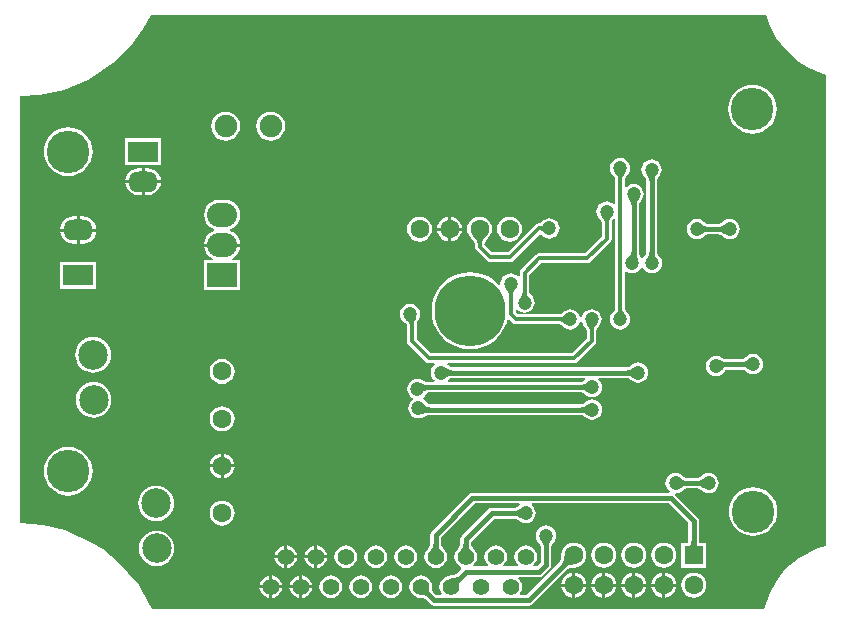
<source format=gbl>
G04*
G04 #@! TF.GenerationSoftware,Altium Limited,Altium Designer,18.1.6 (161)*
G04*
G04 Layer_Physical_Order=2*
G04 Layer_Color=16711680*
%FSTAX24Y24*%
%MOIN*%
G70*
G01*
G75*
%ADD65C,0.0150*%
%ADD66C,0.0120*%
%ADD67R,0.1000X0.0800*%
%ADD68O,0.1000X0.0800*%
%ADD69R,0.1000X0.0700*%
%ADD70O,0.1000X0.0700*%
%ADD71C,0.0984*%
%ADD72C,0.0551*%
%ADD73C,0.0750*%
%ADD74R,0.0630X0.0630*%
%ADD75C,0.0630*%
%ADD76C,0.0500*%
%ADD77C,0.0472*%
%ADD78C,0.1417*%
%ADD79C,0.2362*%
G36*
X05255Y0386D02*
X05265Y0383D01*
X05285Y0379D01*
X053Y0377D01*
X0532Y03745D01*
X0536Y0371D01*
X05395Y0369D01*
X0545Y03665D01*
Y020965D01*
X05425Y020876D01*
X0536Y02055D01*
X05315Y0202D01*
X05285Y01975D01*
X05265Y0194D01*
X05245Y01885D01*
X03205D01*
X0319Y0191D01*
X0316Y01965D01*
X03125Y02005D01*
X03095Y0204D01*
X0304Y02085D01*
X03005Y02105D01*
X02915Y0215D01*
X0284Y02165D01*
X02765Y021734D01*
Y03595D01*
X0283Y036D01*
X0291Y03615D01*
X0299Y0365D01*
X03075Y03705D01*
X0313Y0376D01*
X03175Y0382D01*
X032Y03865D01*
X0525D01*
X05255Y0386D01*
D02*
G37*
%LPC*%
G36*
X052059Y036328D02*
X051901Y036313D01*
X051749Y036266D01*
X051608Y036191D01*
X051485Y03609D01*
X051384Y035967D01*
X051309Y035827D01*
X051263Y035674D01*
X051247Y035516D01*
X051263Y035357D01*
X051309Y035205D01*
X051384Y035064D01*
X051485Y034941D01*
X051608Y03484D01*
X051749Y034765D01*
X051901Y034719D01*
X052059Y034703D01*
X052218Y034719D01*
X05237Y034765D01*
X052511Y03484D01*
X052634Y034941D01*
X052735Y035064D01*
X05281Y035205D01*
X052856Y035357D01*
X052872Y035516D01*
X052856Y035674D01*
X05281Y035827D01*
X052735Y035967D01*
X052634Y03609D01*
X052511Y036191D01*
X05237Y036266D01*
X052218Y036313D01*
X052059Y036328D01*
D02*
G37*
G36*
X036Y035429D02*
X035876Y035413D01*
X03576Y035365D01*
X035661Y035289D01*
X035585Y03519D01*
X035537Y035074D01*
X035521Y03495D01*
X035537Y034826D01*
X035585Y03471D01*
X035661Y034611D01*
X03576Y034535D01*
X035876Y034487D01*
X036Y034471D01*
X036124Y034487D01*
X03624Y034535D01*
X036339Y034611D01*
X036415Y03471D01*
X036463Y034826D01*
X036479Y03495D01*
X036463Y035074D01*
X036415Y03519D01*
X036339Y035289D01*
X03624Y035365D01*
X036124Y035413D01*
X036Y035429D01*
D02*
G37*
G36*
X0345D02*
X034376Y035413D01*
X03426Y035365D01*
X034161Y035289D01*
X034085Y03519D01*
X034037Y035074D01*
X034021Y03495D01*
X034037Y034826D01*
X034085Y03471D01*
X034161Y034611D01*
X03426Y034535D01*
X034376Y034487D01*
X0345Y034471D01*
X034624Y034487D01*
X03474Y034535D01*
X034839Y034611D01*
X034915Y03471D01*
X034963Y034826D01*
X034979Y03495D01*
X034963Y035074D01*
X034915Y03519D01*
X034839Y035289D01*
X03474Y035365D01*
X034624Y035413D01*
X0345Y035429D01*
D02*
G37*
G36*
X03235Y03455D02*
X03115D01*
Y03365D01*
X03235D01*
Y03455D01*
D02*
G37*
G36*
X02925Y034913D02*
X029091Y034897D01*
X028939Y034851D01*
X028799Y034776D01*
X028675Y034675D01*
X028574Y034551D01*
X028499Y034411D01*
X028453Y034259D01*
X028437Y0341D01*
X028453Y033941D01*
X028499Y033789D01*
X028574Y033649D01*
X028675Y033525D01*
X028799Y033424D01*
X028939Y033349D01*
X029091Y033303D01*
X02925Y033287D01*
X029409Y033303D01*
X029561Y033349D01*
X029701Y033424D01*
X029825Y033525D01*
X029926Y033649D01*
X030001Y033789D01*
X030047Y033941D01*
X030063Y0341D01*
X030047Y034259D01*
X030001Y034411D01*
X029926Y034551D01*
X029825Y034675D01*
X029701Y034776D01*
X029561Y034851D01*
X029409Y034897D01*
X02925Y034913D01*
D02*
G37*
G36*
X0319Y033554D02*
X0318D01*
Y03315D01*
X032347D01*
X032338Y033217D01*
X032293Y033327D01*
X032221Y033421D01*
X032127Y033493D01*
X032017Y033538D01*
X0319Y033554D01*
D02*
G37*
G36*
X0317D02*
X0316D01*
X031483Y033538D01*
X031373Y033493D01*
X031279Y033421D01*
X031207Y033327D01*
X031162Y033217D01*
X031153Y03315D01*
X0317D01*
Y033554D01*
D02*
G37*
G36*
X032347Y03305D02*
X0318D01*
Y032646D01*
X0319D01*
X032017Y032662D01*
X032127Y032707D01*
X032221Y032779D01*
X032293Y032873D01*
X032338Y032983D01*
X032347Y03305D01*
D02*
G37*
G36*
X0317D02*
X031153D01*
X031162Y032983D01*
X031207Y032873D01*
X031279Y032779D01*
X031373Y032707D01*
X031483Y032662D01*
X0316Y032646D01*
X0317D01*
Y03305D01*
D02*
G37*
G36*
X04765Y033889D02*
X047562Y033878D01*
X04748Y033844D01*
X04741Y03379D01*
X047356Y03372D01*
X047322Y033638D01*
X047311Y03355D01*
X047322Y033462D01*
X047356Y03338D01*
X04741Y03331D01*
X047416Y033306D01*
X04743Y033292D01*
X047444Y033275D01*
X047456Y03326D01*
X047465Y033246D01*
X047473Y033232D01*
X047479Y03322D01*
X047483Y033208D01*
X047486Y033198D01*
X047487Y033192D01*
Y032356D01*
X047456Y032345D01*
X047437Y032342D01*
X04737Y032394D01*
X047288Y032428D01*
X0472Y032439D01*
X047112Y032428D01*
X04703Y032394D01*
X04696Y03234D01*
X046906Y03227D01*
X046872Y032188D01*
X046861Y0321D01*
X046872Y032012D01*
X046906Y03193D01*
X04696Y03186D01*
X046966Y031856D01*
X04698Y031842D01*
X046994Y031825D01*
X047006Y03181D01*
X047015Y031796D01*
X047023Y031782D01*
X047029Y03177D01*
X047033Y031758D01*
X047036Y031748D01*
X047037Y031742D01*
Y031268D01*
X046482Y030713D01*
X04495D01*
X04495Y030713D01*
X044888Y030701D01*
X044835Y030665D01*
X044346Y030177D01*
X044311Y030124D01*
X044298Y030062D01*
Y029945D01*
X044248Y029928D01*
X04424Y02994D01*
X04417Y029994D01*
X044088Y030028D01*
X044Y030039D01*
X043912Y030028D01*
X04383Y029994D01*
X04376Y02994D01*
X043706Y02987D01*
X043672Y029788D01*
X043661Y0297D01*
X043666Y02966D01*
X043619Y029639D01*
X043559Y029709D01*
X043405Y02984D01*
X043233Y029945D01*
X043047Y030022D01*
X042851Y030069D01*
X04265Y030085D01*
X042449Y030069D01*
X042253Y030022D01*
X042067Y029945D01*
X041895Y02984D01*
X041741Y029709D01*
X04161Y029555D01*
X041505Y029383D01*
X041428Y029197D01*
X041381Y029001D01*
X041365Y0288D01*
X041381Y028599D01*
X041428Y028403D01*
X041505Y028217D01*
X04161Y028045D01*
X041741Y027891D01*
X041895Y02776D01*
X042067Y027655D01*
X042253Y027578D01*
X042449Y027531D01*
X04265Y027515D01*
X042851Y027531D01*
X043047Y027578D01*
X043233Y027655D01*
X043405Y02776D01*
X043559Y027891D01*
X04369Y028045D01*
X043795Y028217D01*
X043872Y028403D01*
X043895Y028497D01*
X043943Y028511D01*
X04406Y028393D01*
X044113Y028358D01*
X044176Y028345D01*
X044176Y028345D01*
X045629D01*
X045635Y028344D01*
X045645Y028342D01*
X045656Y028338D01*
X045669Y028332D01*
X045682Y028324D01*
X045697Y028314D01*
X045712Y028302D01*
X045728Y028288D01*
X045743Y028274D01*
X045747Y028269D01*
X045817Y028215D01*
X045899Y028181D01*
X045987Y028169D01*
X046074Y028181D01*
X046156Y028215D01*
X046226Y028269D01*
X04628Y028339D01*
X046314Y028421D01*
X046316Y028437D01*
X046367D01*
X046369Y028421D01*
X046403Y028339D01*
X046457Y028269D01*
X046462Y028265D01*
X046476Y02825D01*
X04649Y028234D01*
X046502Y028219D01*
X046512Y028204D01*
X04652Y028191D01*
X046525Y028178D01*
X04653Y028167D01*
X046532Y028157D01*
X046533Y028151D01*
Y027864D01*
X046046Y027377D01*
X041346D01*
X040863Y02786D01*
Y028348D01*
X040864Y028353D01*
X040867Y028366D01*
X040871Y02838D01*
X040877Y028396D01*
X040883Y028412D01*
X040919Y028478D01*
X040933Y028501D01*
X040934Y028504D01*
X040942Y028515D01*
X040976Y028597D01*
X040988Y028684D01*
X040976Y028772D01*
X040942Y028854D01*
X040888Y028924D01*
X040818Y028978D01*
X040736Y029012D01*
X040649Y029023D01*
X040561Y029012D01*
X040479Y028978D01*
X040409Y028924D01*
X040355Y028854D01*
X040321Y028772D01*
X04031Y028684D01*
X040321Y028597D01*
X040355Y028515D01*
X040409Y028445D01*
X040464Y028402D01*
X040467Y028399D01*
X040475Y028394D01*
X040479Y028391D01*
X040481Y02839D01*
X040486Y028386D01*
X0405Y028376D01*
X040511Y028366D01*
X040519Y028356D01*
X040526Y028347D01*
X04053Y028339D01*
X040534Y028332D01*
X040536Y028324D01*
X040537Y028319D01*
Y027792D01*
X040549Y02773D01*
X040585Y027677D01*
X041163Y027099D01*
X041216Y027063D01*
X041279Y027051D01*
X04146D01*
X041477Y027001D01*
X041446Y026977D01*
X041392Y026907D01*
X041358Y026825D01*
X041347Y026737D01*
X041358Y02665D01*
X041392Y026568D01*
X041446Y026498D01*
X041471Y026478D01*
X041454Y026428D01*
X041202D01*
X041198Y026429D01*
X041184Y026431D01*
X041169Y026434D01*
X041134Y026445D01*
X041119Y026451D01*
X04108Y026469D01*
X041068Y026475D01*
X041064Y026478D01*
X040982Y026512D01*
X040895Y026524D01*
X040807Y026512D01*
X040725Y026478D01*
X040655Y026424D01*
X040601Y026354D01*
X040567Y026272D01*
X040555Y026185D01*
X040567Y026097D01*
X040601Y026015D01*
X040655Y025945D01*
X040725Y025891D01*
X040737Y025886D01*
X040741Y02583D01*
X040688Y02579D01*
X040634Y02572D01*
X0406Y025638D01*
X040589Y02555D01*
X0406Y025462D01*
X040634Y02538D01*
X040688Y02531D01*
X040758Y025256D01*
X04084Y025222D01*
X040928Y025211D01*
X041016Y025222D01*
X041097Y025256D01*
X041109Y025265D01*
X041112Y025266D01*
X041131Y025278D01*
X041167Y025298D01*
X041183Y025304D01*
X041199Y02531D01*
X041214Y025315D01*
X041229Y025319D01*
X041243Y025321D01*
X041248Y025322D01*
X046364D01*
X046369Y025321D01*
X046381Y025318D01*
X046393Y025315D01*
X046405Y02531D01*
X046417Y025303D01*
X04643Y025296D01*
X046442Y025287D01*
X046455Y025276D01*
X046466Y025265D01*
X04647Y02526D01*
X04654Y025206D01*
X046622Y025172D01*
X04671Y025161D01*
X046798Y025172D01*
X04688Y025206D01*
X04695Y02526D01*
X047004Y02533D01*
X047038Y025412D01*
X047049Y0255D01*
X047038Y025588D01*
X047004Y02567D01*
X04695Y02574D01*
X04688Y025794D01*
X046798Y025828D01*
X04671Y025839D01*
X046622Y025828D01*
X04654Y025794D01*
X04647Y02574D01*
X046466Y025735D01*
X046455Y025724D01*
X046442Y025713D01*
X04643Y025704D01*
X046417Y025697D01*
X046405Y02569D01*
X046393Y025686D01*
X046381Y025682D01*
X046369Y025679D01*
X046364Y025678D01*
X041286D01*
X041281Y025679D01*
X041271Y025682D01*
X041262Y025685D01*
X041254Y025689D01*
X041246Y025694D01*
X041239Y0257D01*
X041231Y025708D01*
X041222Y025718D01*
X041222Y025719D01*
X041222Y02572D01*
X041221Y025721D01*
X041212Y025734D01*
X041208Y025738D01*
X041168Y02579D01*
X041097Y025844D01*
X041085Y025849D01*
X041082Y025904D01*
X041134Y025945D01*
X041188Y026015D01*
X041191Y026022D01*
X041199Y026035D01*
X041206Y026045D01*
X041213Y026052D01*
X041219Y026057D01*
X041225Y026062D01*
X041232Y026066D01*
X04124Y026068D01*
X041249Y026071D01*
X041254Y026072D01*
X046364D01*
X046369Y026071D01*
X046381Y026068D01*
X046393Y026065D01*
X046405Y02606D01*
X046417Y026053D01*
X04643Y026046D01*
X046442Y026037D01*
X046455Y026026D01*
X046466Y026015D01*
X04647Y02601D01*
X04654Y025956D01*
X046622Y025922D01*
X04671Y025911D01*
X046798Y025922D01*
X04688Y025956D01*
X04695Y02601D01*
X047004Y02608D01*
X047038Y026162D01*
X047049Y02625D01*
X047038Y026338D01*
X047004Y02642D01*
X04695Y02649D01*
X046926Y026508D01*
X046943Y026558D01*
X0479D01*
X047906Y026558D01*
X047918Y026555D01*
X04793Y026551D01*
X047941Y026546D01*
X047953Y02654D01*
X047966Y026533D01*
X047978Y026524D01*
X047991Y026513D01*
X048003Y026502D01*
X048007Y026496D01*
X048077Y026443D01*
X048159Y026409D01*
X048246Y026397D01*
X048334Y026409D01*
X048416Y026443D01*
X048486Y026496D01*
X04854Y026567D01*
X048574Y026648D01*
X048586Y026736D01*
X048574Y026824D01*
X04854Y026906D01*
X048486Y026976D01*
X048416Y02703D01*
X048334Y027064D01*
X048246Y027075D01*
X048159Y027064D01*
X048077Y02703D01*
X048007Y026976D01*
X048003Y026971D01*
X047992Y026961D01*
X047979Y02695D01*
X047967Y026941D01*
X047954Y026933D01*
X047942Y026927D01*
X04793Y026922D01*
X047918Y026919D01*
X047906Y026916D01*
X0479Y026915D01*
X042032D01*
X042026Y026916D01*
X042014Y026919D01*
X042003Y026922D01*
X041991Y026927D01*
X041979Y026933D01*
X041966Y026941D01*
X041954Y02695D01*
X041941Y026961D01*
X041929Y026972D01*
X041925Y026977D01*
X041895Y027001D01*
X041912Y027051D01*
X046114D01*
X046176Y027063D01*
X046229Y027099D01*
X046812Y027681D01*
X046847Y027734D01*
X046859Y027796D01*
Y028151D01*
X04686Y028157D01*
X046863Y028167D01*
X046867Y028178D01*
X046873Y028191D01*
X046881Y028204D01*
X046891Y028219D01*
X046903Y028234D01*
X046917Y02825D01*
X046931Y028265D01*
X046936Y028269D01*
X04699Y028339D01*
X047024Y028421D01*
X047035Y028509D01*
X047024Y028596D01*
X04699Y028678D01*
X046936Y028748D01*
X046866Y028802D01*
X046784Y028836D01*
X046696Y028848D01*
X046609Y028836D01*
X046527Y028802D01*
X046457Y028748D01*
X046403Y028678D01*
X046369Y028596D01*
X046367Y028581D01*
X046316D01*
X046314Y028596D01*
X04628Y028678D01*
X046226Y028748D01*
X046156Y028802D01*
X046074Y028836D01*
X045987Y028848D01*
X045899Y028836D01*
X045817Y028802D01*
X045747Y028748D01*
X045743Y028743D01*
X045728Y028729D01*
X045712Y028715D01*
X045697Y028703D01*
X045682Y028693D01*
X045669Y028685D01*
X045656Y02868D01*
X045645Y028675D01*
X045635Y028673D01*
X045629Y028672D01*
X044243D01*
X044163Y028752D01*
Y028825D01*
X044213Y028842D01*
X044222Y028831D01*
X044292Y028777D01*
X044374Y028743D01*
X044462Y028731D01*
X044549Y028743D01*
X044631Y028777D01*
X044701Y028831D01*
X044755Y028901D01*
X044789Y028983D01*
X044801Y029071D01*
X044789Y029158D01*
X044755Y02924D01*
X044701Y02931D01*
X044696Y029314D01*
X044682Y029329D01*
X044668Y029345D01*
X044656Y029361D01*
X044646Y029375D01*
X044638Y029388D01*
X044633Y029401D01*
X044628Y029412D01*
X044626Y029422D01*
X044625Y029428D01*
Y029994D01*
X045018Y030387D01*
X04655D01*
X046612Y030399D01*
X046665Y030435D01*
X047315Y031085D01*
X047351Y031138D01*
X047363Y0312D01*
Y031742D01*
X047364Y031748D01*
X047367Y031758D01*
X047371Y03177D01*
X047377Y031782D01*
X047385Y031796D01*
X047394Y03181D01*
X047406Y031825D01*
X04742Y031842D01*
X047434Y031856D01*
X047437Y031858D01*
X047456Y031855D01*
X047487Y031844D01*
Y028866D01*
X047486Y02886D01*
X047483Y02885D01*
X047479Y028839D01*
X047473Y028826D01*
X047465Y028813D01*
X047456Y028799D01*
X047444Y028783D01*
X04743Y028767D01*
X047416Y028752D01*
X04741Y028748D01*
X047356Y028678D01*
X047322Y028596D01*
X047311Y028509D01*
X047322Y028421D01*
X047356Y028339D01*
X04741Y028269D01*
X04748Y028215D01*
X047562Y028181D01*
X04765Y028169D01*
X047738Y028181D01*
X04782Y028215D01*
X04789Y028269D01*
X047944Y028339D01*
X047978Y028421D01*
X047989Y028509D01*
X047978Y028596D01*
X047944Y028678D01*
X04789Y028748D01*
X047884Y028752D01*
X04787Y028767D01*
X047856Y028783D01*
X047844Y028799D01*
X047835Y028813D01*
X047827Y028826D01*
X047821Y028839D01*
X047817Y02885D01*
X047814Y02886D01*
X047813Y028866D01*
Y030095D01*
X047858Y030117D01*
X04788Y0301D01*
X047962Y030066D01*
X04805Y030055D01*
X048138Y030066D01*
X04822Y0301D01*
X04829Y030154D01*
X048344Y030224D01*
X04835Y030238D01*
X048404D01*
X048412Y030218D01*
X048466Y030148D01*
X048536Y030094D01*
X048618Y03006D01*
X048706Y030048D01*
X048794Y03006D01*
X048876Y030094D01*
X048946Y030148D01*
X049Y030218D01*
X049034Y0303D01*
X049045Y030387D01*
X049034Y030475D01*
X049Y030557D01*
X048946Y030627D01*
X048939Y030632D01*
X048939Y030633D01*
X048924Y030647D01*
X048913Y03066D01*
X048904Y030672D01*
X048896Y030684D01*
X04889Y030695D01*
X048885Y030707D01*
X048882Y030718D01*
X048879Y03073D01*
X048878Y030736D01*
Y033154D01*
X048879Y033159D01*
X048882Y033171D01*
X048885Y033183D01*
X04889Y033195D01*
X048897Y033207D01*
X048904Y03322D01*
X048913Y033232D01*
X048924Y033245D01*
X048935Y033256D01*
X04894Y03326D01*
X048994Y03333D01*
X049028Y033412D01*
X049039Y0335D01*
X049028Y033588D01*
X048994Y03367D01*
X04894Y03374D01*
X04887Y033794D01*
X048788Y033828D01*
X0487Y033839D01*
X048612Y033828D01*
X04853Y033794D01*
X04846Y03374D01*
X048406Y03367D01*
X048372Y033588D01*
X048361Y0335D01*
X048372Y033412D01*
X048406Y03333D01*
X04846Y03326D01*
X048465Y033256D01*
X048476Y033245D01*
X048487Y033232D01*
X048496Y03322D01*
X048503Y033207D01*
X04851Y033195D01*
X048514Y033183D01*
X048518Y033171D01*
X048521Y033159D01*
X048522Y033154D01*
Y030731D01*
X048521Y030726D01*
X048518Y030713D01*
X048514Y030701D01*
X04851Y030689D01*
X048503Y030676D01*
X048496Y030663D01*
X048487Y03065D01*
X048476Y030637D01*
X048469Y03063D01*
X048466Y030627D01*
X048461Y030621D01*
X048461Y030621D01*
X048461Y030621D01*
X048412Y030557D01*
X048406Y030543D01*
X048352D01*
X048344Y030563D01*
X048335Y030575D01*
X048334Y030578D01*
X048322Y030597D01*
X048302Y030633D01*
X048296Y030649D01*
X04829Y030664D01*
X048285Y03068D01*
X048281Y030694D01*
X048279Y030709D01*
X048278Y030714D01*
Y032333D01*
X048279Y032339D01*
X048282Y032351D01*
X048285Y032363D01*
X04829Y032375D01*
X048297Y032387D01*
X048304Y032399D01*
X048313Y032412D01*
X048324Y032425D01*
X048335Y032436D01*
X04834Y03244D01*
X048394Y03251D01*
X048428Y032592D01*
X048439Y032679D01*
X048428Y032767D01*
X048394Y032849D01*
X04834Y032919D01*
X04827Y032973D01*
X048188Y033007D01*
X0481Y033019D01*
X048012Y033007D01*
X04793Y032973D01*
X047863Y032921D01*
X047844Y032925D01*
X047813Y032935D01*
Y033192D01*
X047814Y033198D01*
X047817Y033208D01*
X047821Y03322D01*
X047827Y033232D01*
X047835Y033246D01*
X047844Y03326D01*
X047856Y033275D01*
X04787Y033292D01*
X047884Y033306D01*
X04789Y03331D01*
X047944Y03338D01*
X047978Y033462D01*
X047989Y03355D01*
X047978Y033638D01*
X047944Y03372D01*
X04789Y03379D01*
X04782Y033844D01*
X047738Y033878D01*
X04765Y033889D01*
D02*
G37*
G36*
X0513Y031858D02*
X051212Y031846D01*
X05113Y031813D01*
X05106Y031759D01*
X051056Y031753D01*
X051045Y031743D01*
X051032Y031732D01*
X05102Y031723D01*
X051007Y031715D01*
X050995Y031709D01*
X050983Y031704D01*
X050971Y031701D01*
X050959Y031698D01*
X050954Y031697D01*
X050562D01*
X050556Y031698D01*
X050544Y031701D01*
X050532Y031704D01*
X05052Y031709D01*
X050508Y031715D01*
X050496Y031723D01*
X050483Y031732D01*
X05047Y031743D01*
X050459Y031753D01*
X050456Y031759D01*
X050385Y031813D01*
X050304Y031846D01*
X050216Y031858D01*
X050128Y031846D01*
X050046Y031813D01*
X049976Y031759D01*
X049922Y031688D01*
X049888Y031607D01*
X049877Y031519D01*
X049888Y031431D01*
X049922Y031349D01*
X049976Y031279D01*
X050046Y031225D01*
X050128Y031191D01*
X050216Y03118D01*
X050304Y031191D01*
X050385Y031225D01*
X050456Y031279D01*
X050459Y031284D01*
X05047Y031295D01*
X050483Y031306D01*
X050496Y031315D01*
X050508Y031322D01*
X05052Y031328D01*
X050532Y031333D01*
X050544Y031337D01*
X050556Y03134D01*
X050562Y03134D01*
X050954D01*
X050959Y03134D01*
X050971Y031337D01*
X050983Y031333D01*
X050995Y031328D01*
X051007Y031322D01*
X05102Y031315D01*
X051032Y031306D01*
X051045Y031295D01*
X051056Y031284D01*
X05106Y031279D01*
X05113Y031225D01*
X051212Y031191D01*
X0513Y03118D01*
X051388Y031191D01*
X05147Y031225D01*
X05154Y031279D01*
X051594Y031349D01*
X051628Y031431D01*
X051639Y031519D01*
X051628Y031607D01*
X051594Y031688D01*
X05154Y031759D01*
X05147Y031813D01*
X051388Y031846D01*
X0513Y031858D01*
D02*
G37*
G36*
X042014Y031931D02*
Y031569D01*
X042376D01*
X042368Y031627D01*
X042326Y031728D01*
X04226Y031815D01*
X042173Y031881D01*
X042072Y031923D01*
X042014Y031931D01*
D02*
G37*
G36*
X041914D02*
X041855Y031923D01*
X041754Y031881D01*
X041668Y031815D01*
X041601Y031728D01*
X041559Y031627D01*
X041552Y031569D01*
X041914D01*
Y031931D01*
D02*
G37*
G36*
X029738Y031942D02*
X029638D01*
Y031538D01*
X030185D01*
X030176Y031605D01*
X030131Y031715D01*
X030059Y031809D01*
X029965Y031881D01*
X029855Y031926D01*
X029738Y031942D01*
D02*
G37*
G36*
X029538D02*
X029438D01*
X02932Y031926D01*
X029211Y031881D01*
X029117Y031809D01*
X029045Y031715D01*
X028999Y031605D01*
X028991Y031538D01*
X029538D01*
Y031942D01*
D02*
G37*
G36*
X042964Y031937D02*
X042855Y031923D01*
X042754Y031881D01*
X042668Y031815D01*
X042601Y031728D01*
X042559Y031627D01*
X042545Y031519D01*
X042559Y03141D01*
X042601Y03131D01*
X042668Y031223D01*
X042676Y031216D01*
X042724Y031165D01*
X042744Y031141D01*
X042762Y031117D01*
X042775Y031095D01*
X042786Y031076D01*
X042793Y031058D01*
X042798Y031043D01*
X0428Y031032D01*
Y030936D01*
X042813Y030874D01*
X042848Y030821D01*
X043197Y030472D01*
X04325Y030437D01*
X043312Y030425D01*
X043988D01*
X04405Y030437D01*
X044103Y030472D01*
X044964Y031333D01*
X04498Y031341D01*
X045031Y031329D01*
X04505Y031304D01*
X045121Y03125D01*
X045202Y031216D01*
X04529Y031204D01*
X045378Y031216D01*
X04546Y03125D01*
X04553Y031304D01*
X045584Y031374D01*
X045618Y031456D01*
X045629Y031543D01*
X045618Y031631D01*
X045584Y031713D01*
X04553Y031783D01*
X04546Y031837D01*
X045378Y031871D01*
X04529Y031882D01*
X045202Y031871D01*
X045121Y031837D01*
X04505Y031783D01*
X045021Y031745D01*
X04502Y031744D01*
X045017Y031739D01*
X045015Y031737D01*
X04501Y031732D01*
X045004Y031724D01*
X045001Y031721D01*
X044998Y031718D01*
X044994Y031716D01*
X044989Y031713D01*
X044984Y031711D01*
X044976Y031709D01*
X044967Y031707D01*
X044962Y031706D01*
X044943D01*
X044881Y031694D01*
X044828Y031659D01*
X04392Y030751D01*
X04338D01*
X043127Y031004D01*
Y031032D01*
X043129Y031043D01*
X043134Y031058D01*
X043141Y031076D01*
X043152Y031095D01*
X043166Y031117D01*
X043182Y03114D01*
X043229Y031194D01*
X04325Y031216D01*
X04326Y031223D01*
X043326Y03131D01*
X043368Y03141D01*
X043382Y031519D01*
X043368Y031627D01*
X043326Y031728D01*
X04326Y031815D01*
X043173Y031881D01*
X043072Y031923D01*
X042964Y031937D01*
D02*
G37*
G36*
X042376Y031469D02*
X042014D01*
Y031107D01*
X042072Y031115D01*
X042173Y031156D01*
X04226Y031223D01*
X042326Y03131D01*
X042368Y03141D01*
X042376Y031469D01*
D02*
G37*
G36*
X041914D02*
X041552D01*
X041559Y03141D01*
X041601Y03131D01*
X041668Y031223D01*
X041754Y031156D01*
X041855Y031115D01*
X041914Y031107D01*
Y031469D01*
D02*
G37*
G36*
X043964Y031937D02*
X043855Y031923D01*
X043754Y031881D01*
X043668Y031815D01*
X043601Y031728D01*
X043559Y031627D01*
X043545Y031519D01*
X043559Y03141D01*
X043601Y03131D01*
X043668Y031223D01*
X043754Y031156D01*
X043855Y031115D01*
X043964Y0311D01*
X044072Y031115D01*
X044173Y031156D01*
X04426Y031223D01*
X044326Y03131D01*
X044368Y03141D01*
X044382Y031519D01*
X044368Y031627D01*
X044326Y031728D01*
X04426Y031815D01*
X044173Y031881D01*
X044072Y031923D01*
X043964Y031937D01*
D02*
G37*
G36*
X040964D02*
X040855Y031923D01*
X040754Y031881D01*
X040668Y031815D01*
X040601Y031728D01*
X040559Y031627D01*
X040545Y031519D01*
X040559Y03141D01*
X040601Y03131D01*
X040668Y031223D01*
X040754Y031156D01*
X040855Y031115D01*
X040964Y0311D01*
X041072Y031115D01*
X041173Y031156D01*
X04126Y031223D01*
X041326Y03131D01*
X041368Y03141D01*
X041382Y031519D01*
X041368Y031627D01*
X041326Y031728D01*
X04126Y031815D01*
X041173Y031881D01*
X041072Y031923D01*
X040964Y031937D01*
D02*
G37*
G36*
X034485Y032492D02*
X034285D01*
X034155Y032475D01*
X034033Y032425D01*
X033928Y032344D01*
X033848Y03224D01*
X033798Y032118D01*
X033781Y031988D01*
X033798Y031857D01*
X033848Y031736D01*
X033928Y031631D01*
X034033Y031551D01*
X03412Y031515D01*
Y031461D01*
X034033Y031425D01*
X033928Y031344D01*
X033848Y03124D01*
X033798Y031118D01*
X033787Y031038D01*
X034385D01*
X034983D01*
X034972Y031118D01*
X034922Y03124D01*
X034842Y031344D01*
X034737Y031425D01*
X03465Y031461D01*
Y031515D01*
X034737Y031551D01*
X034842Y031631D01*
X034922Y031736D01*
X034972Y031857D01*
X034989Y031988D01*
X034972Y032118D01*
X034922Y03224D01*
X034842Y032344D01*
X034737Y032425D01*
X034616Y032475D01*
X034485Y032492D01*
D02*
G37*
G36*
X030185Y031438D02*
X029638D01*
Y031034D01*
X029738D01*
X029855Y031049D01*
X029965Y031095D01*
X030059Y031167D01*
X030131Y031261D01*
X030176Y03137D01*
X030185Y031438D01*
D02*
G37*
G36*
X029538D02*
X028991D01*
X028999Y03137D01*
X029045Y031261D01*
X029117Y031167D01*
X029211Y031095D01*
X02932Y031049D01*
X029438Y031034D01*
X029538D01*
Y031438D01*
D02*
G37*
G36*
X030188Y030438D02*
X028988D01*
Y029538D01*
X030188D01*
Y030438D01*
D02*
G37*
G36*
X034983Y030938D02*
X034385D01*
X033787D01*
X033798Y030857D01*
X033848Y030736D01*
X033928Y030631D01*
X034033Y030551D01*
X034065Y030538D01*
X034055Y030488D01*
X033785D01*
Y029488D01*
X034985D01*
Y030488D01*
X034715D01*
X034705Y030538D01*
X034737Y030551D01*
X034842Y030631D01*
X034922Y030736D01*
X034972Y030857D01*
X034983Y030938D01*
D02*
G37*
G36*
X05208Y027355D02*
X051992Y027343D01*
X051911Y027309D01*
X05184Y027255D01*
X051836Y02725D01*
X051825Y02724D01*
X051812Y027229D01*
X0518Y027219D01*
X051787Y027212D01*
X051775Y027206D01*
X051763Y027201D01*
X051752Y027197D01*
X05174Y027195D01*
X051734Y027194D01*
X051158D01*
X051154Y027194D01*
X051139Y027197D01*
X051125Y0272D01*
X05109Y02721D01*
X051075Y027216D01*
X051036Y027234D01*
X051024Y027241D01*
X05102Y027244D01*
X050938Y027278D01*
X05085Y02729D01*
X050762Y027278D01*
X05068Y027244D01*
X05061Y02719D01*
X050556Y02712D01*
X050522Y027038D01*
X050511Y026951D01*
X050522Y026863D01*
X050556Y026781D01*
X05061Y026711D01*
X05068Y026657D01*
X050762Y026623D01*
X05085Y026612D01*
X050938Y026623D01*
X05102Y026657D01*
X05109Y026711D01*
X051144Y026781D01*
X051147Y026788D01*
X051154Y026801D01*
X051161Y02681D01*
X051168Y026817D01*
X051174Y026823D01*
X051181Y026827D01*
X051188Y026831D01*
X051195Y026834D01*
X051204Y026836D01*
X05121Y026837D01*
X051734D01*
X05174Y026836D01*
X051752Y026834D01*
X051763Y02683D01*
X051775Y026825D01*
X051787Y026819D01*
X0518Y026811D01*
X051812Y026802D01*
X051825Y026791D01*
X051836Y026781D01*
X05184Y026776D01*
X051911Y026722D01*
X051992Y026688D01*
X05208Y026676D01*
X052168Y026688D01*
X05225Y026722D01*
X05232Y026776D01*
X052374Y026846D01*
X052408Y026928D01*
X052419Y027015D01*
X052408Y027103D01*
X052374Y027185D01*
X05232Y027255D01*
X05225Y027309D01*
X052168Y027343D01*
X05208Y027355D01*
D02*
G37*
G36*
X03008Y027926D02*
X029964Y027915D01*
X029852Y027881D01*
X029749Y027826D01*
X029659Y027752D01*
X029585Y027662D01*
X02953Y027559D01*
X029496Y027447D01*
X029485Y027331D01*
X029496Y027215D01*
X02953Y027103D01*
X029585Y027001D01*
X029659Y02691D01*
X029749Y026836D01*
X029852Y026781D01*
X029964Y026748D01*
X03008Y026736D01*
X030196Y026748D01*
X030308Y026781D01*
X030411Y026836D01*
X030501Y02691D01*
X030575Y027001D01*
X03063Y027103D01*
X030664Y027215D01*
X030675Y027331D01*
X030664Y027447D01*
X03063Y027559D01*
X030575Y027662D01*
X030501Y027752D01*
X030411Y027826D01*
X030308Y027881D01*
X030196Y027915D01*
X03008Y027926D01*
D02*
G37*
G36*
X034385Y027192D02*
X034277Y027178D01*
X034176Y027136D01*
X034089Y02707D01*
X034023Y026983D01*
X033981Y026882D01*
X033967Y026774D01*
X033981Y026665D01*
X034023Y026564D01*
X034089Y026478D01*
X034176Y026411D01*
X034277Y026369D01*
X034385Y026355D01*
X034493Y026369D01*
X034594Y026411D01*
X034681Y026478D01*
X034748Y026564D01*
X034789Y026665D01*
X034804Y026774D01*
X034789Y026882D01*
X034748Y026983D01*
X034681Y02707D01*
X034594Y027136D01*
X034493Y027178D01*
X034385Y027192D01*
D02*
G37*
G36*
X0301Y026426D02*
X029984Y026415D01*
X029872Y026381D01*
X029769Y026326D01*
X029679Y026252D01*
X029605Y026162D01*
X02955Y026059D01*
X029516Y025947D01*
X029505Y025831D01*
X029516Y025715D01*
X02955Y025603D01*
X029605Y025501D01*
X029679Y02541D01*
X029769Y025336D01*
X029872Y025281D01*
X029984Y025248D01*
X0301Y025236D01*
X030216Y025248D01*
X030328Y025281D01*
X030431Y025336D01*
X030521Y02541D01*
X030595Y025501D01*
X03065Y025603D01*
X030684Y025715D01*
X030695Y025831D01*
X030684Y025947D01*
X03065Y026059D01*
X030595Y026162D01*
X030521Y026252D01*
X030431Y026326D01*
X030328Y026381D01*
X030216Y026415D01*
X0301Y026426D01*
D02*
G37*
G36*
X034385Y025617D02*
X034277Y025603D01*
X034176Y025561D01*
X034089Y025495D01*
X034023Y025408D01*
X033981Y025307D01*
X033967Y025199D01*
X033981Y02509D01*
X034023Y02499D01*
X034089Y024903D01*
X034176Y024836D01*
X034277Y024795D01*
X034385Y02478D01*
X034493Y024795D01*
X034594Y024836D01*
X034681Y024903D01*
X034748Y02499D01*
X034789Y02509D01*
X034804Y025199D01*
X034789Y025307D01*
X034748Y025408D01*
X034681Y025495D01*
X034594Y025561D01*
X034493Y025603D01*
X034385Y025617D01*
D02*
G37*
G36*
X034435Y024036D02*
Y023674D01*
X034797D01*
X034789Y023732D01*
X034748Y023833D01*
X034681Y02392D01*
X034594Y023986D01*
X034493Y024028D01*
X034435Y024036D01*
D02*
G37*
G36*
X034335Y024036D02*
X034277Y024028D01*
X034176Y023986D01*
X034089Y02392D01*
X034023Y023833D01*
X033981Y023732D01*
X033973Y023674D01*
X034335D01*
Y024036D01*
D02*
G37*
G36*
X0506Y023389D02*
X050512Y023378D01*
X05043Y023344D01*
X05036Y02329D01*
X050356Y023285D01*
X050345Y023274D01*
X050332Y023263D01*
X05032Y023254D01*
X050307Y023247D01*
X050295Y02324D01*
X050283Y023235D01*
X050271Y023232D01*
X050259Y023229D01*
X050254Y023228D01*
X049846D01*
X049841Y023229D01*
X049829Y023232D01*
X049817Y023235D01*
X049805Y02324D01*
X049793Y023247D01*
X04978Y023254D01*
X049768Y023263D01*
X049755Y023274D01*
X049744Y023285D01*
X04974Y02329D01*
X04967Y023344D01*
X049588Y023378D01*
X0495Y023389D01*
X049412Y023378D01*
X04933Y023344D01*
X04926Y02329D01*
X049206Y02322D01*
X049172Y023138D01*
X049161Y02305D01*
X049172Y022962D01*
X049206Y02288D01*
X04926Y02281D01*
X049302Y022778D01*
X049285Y022728D01*
X042724D01*
X042656Y022715D01*
X042598Y022676D01*
X041374Y021452D01*
X041335Y021394D01*
X041322Y021326D01*
Y021013D01*
X04132Y021003D01*
X041317Y020989D01*
X041311Y020974D01*
X041304Y020959D01*
X041295Y020943D01*
X041284Y020925D01*
X04127Y020907D01*
X041254Y020889D01*
X041239Y020873D01*
X041232Y020868D01*
X041172Y020789D01*
X041134Y020698D01*
X041121Y0206D01*
X041134Y020502D01*
X041172Y020411D01*
X041232Y020332D01*
X041311Y020272D01*
X041402Y020234D01*
X0415Y020221D01*
X041598Y020234D01*
X041689Y020272D01*
X041768Y020332D01*
X041828Y020411D01*
X041866Y020502D01*
X041879Y0206D01*
X041866Y020698D01*
X041828Y020789D01*
X041768Y020868D01*
X041761Y020873D01*
X041746Y020889D01*
X04173Y020907D01*
X041716Y020925D01*
X041705Y020943D01*
X041696Y020959D01*
X041689Y020974D01*
X041683Y020989D01*
X04168Y021003D01*
X041678Y021013D01*
Y021252D01*
X042798Y022372D01*
X044286D01*
X044303Y022322D01*
X04426Y022289D01*
X044256Y022284D01*
X044245Y022273D01*
X044232Y022262D01*
X04422Y022253D01*
X044207Y022246D01*
X044195Y02224D01*
X044183Y022235D01*
X044171Y022231D01*
X044159Y022228D01*
X044154Y022228D01*
X043375D01*
X043375Y022228D01*
X043307Y022214D01*
X043249Y022175D01*
X043249Y022175D01*
X042374Y021301D01*
X042335Y021243D01*
X042322Y021174D01*
Y021013D01*
X04232Y021003D01*
X042317Y020989D01*
X042311Y020974D01*
X042304Y020959D01*
X042295Y020943D01*
X042284Y020925D01*
X04227Y020907D01*
X042254Y020889D01*
X042239Y020873D01*
X042232Y020868D01*
X042172Y020789D01*
X042134Y020698D01*
X042121Y0206D01*
X042134Y020502D01*
X042172Y020411D01*
X042232Y020332D01*
X042311Y020272D01*
X042338Y020261D01*
X042349Y020202D01*
X042166Y020018D01*
X042158Y020012D01*
X042146Y020005D01*
X042131Y019998D01*
X042115Y019992D01*
X042097Y019987D01*
X042077Y019983D01*
X042055Y01998D01*
X04203Y019978D01*
X042009Y019978D01*
X042Y019979D01*
X041902Y019966D01*
X041811Y019928D01*
X041732Y019868D01*
X041672Y019789D01*
X041634Y019698D01*
X041621Y0196D01*
X041634Y019502D01*
X041672Y019411D01*
X041697Y019378D01*
X041672Y019328D01*
X041525D01*
X041418Y019434D01*
X041412Y019442D01*
X041405Y019454D01*
X041398Y019469D01*
X041392Y019485D01*
X041387Y019503D01*
X041383Y019523D01*
X04138Y019545D01*
X041378Y01957D01*
X041378Y019591D01*
X041379Y0196D01*
X041366Y019698D01*
X041328Y019789D01*
X041268Y019868D01*
X041189Y019928D01*
X041098Y019966D01*
X041Y019979D01*
X040902Y019966D01*
X040811Y019928D01*
X040732Y019868D01*
X040672Y019789D01*
X040634Y019698D01*
X040621Y0196D01*
X040634Y019502D01*
X040672Y019411D01*
X040732Y019332D01*
X040811Y019272D01*
X040902Y019234D01*
X041Y019221D01*
X041009Y019222D01*
X04103Y019222D01*
X041055Y01922D01*
X041077Y019217D01*
X041097Y019213D01*
X041115Y019208D01*
X041131Y019202D01*
X041146Y019195D01*
X041158Y019188D01*
X041166Y019182D01*
X041324Y019023D01*
X041382Y018985D01*
X041451Y018971D01*
X041451Y018971D01*
X044599D01*
X044668Y018985D01*
X044726Y019023D01*
X045888Y020186D01*
X045898Y020193D01*
X045913Y020202D01*
X045931Y020209D01*
X045951Y020216D01*
X045974Y020222D01*
X045999Y020227D01*
X046063Y020233D01*
X046088Y020233D01*
X0461Y020231D01*
X046208Y020246D01*
X046309Y020288D01*
X046396Y020354D01*
X046462Y020441D01*
X046504Y020542D01*
X046519Y02065D01*
X046504Y020758D01*
X046462Y020859D01*
X046396Y020946D01*
X046309Y021012D01*
X046208Y021054D01*
X0461Y021069D01*
X045992Y021054D01*
X045891Y021012D01*
X045804Y020946D01*
X045738Y020859D01*
X045696Y020758D01*
X045681Y02065D01*
X045683Y020638D01*
X045683Y020611D01*
X045681Y020579D01*
X045677Y02055D01*
X045672Y020524D01*
X045666Y020501D01*
X045659Y020481D01*
X045652Y020463D01*
X045643Y020448D01*
X045636Y020438D01*
X044525Y019328D01*
X044328D01*
X044303Y019378D01*
X044328Y019411D01*
X044366Y019502D01*
X044379Y0196D01*
X044366Y019698D01*
X044328Y019789D01*
X044268Y019868D01*
X04426Y019874D01*
X044276Y019922D01*
X044943D01*
X045011Y019935D01*
X045069Y019974D01*
X045304Y020209D01*
X045304Y020209D01*
X045343Y020267D01*
X045356Y020335D01*
Y020954D01*
X045357Y020959D01*
X04536Y020971D01*
X045363Y020983D01*
X045368Y020995D01*
X045374Y021007D01*
X045382Y02102D01*
X045391Y021032D01*
X045402Y021045D01*
X045413Y021056D01*
X045418Y02106D01*
X045472Y02113D01*
X045505Y021212D01*
X045517Y0213D01*
X045505Y021388D01*
X045472Y02147D01*
X045418Y02154D01*
X045347Y021594D01*
X045266Y021628D01*
X045178Y021639D01*
X04509Y021628D01*
X045008Y021594D01*
X044938Y02154D01*
X044884Y02147D01*
X04485Y021388D01*
X044839Y0213D01*
X04485Y021212D01*
X044884Y02113D01*
X044938Y02106D01*
X044943Y021056D01*
X044954Y021045D01*
X044965Y021032D01*
X044974Y02102D01*
X044981Y021007D01*
X044987Y020995D01*
X044992Y020983D01*
X044996Y020971D01*
X044999Y020959D01*
X044999Y020954D01*
Y020409D01*
X044869Y020278D01*
X044776D01*
X04476Y020326D01*
X044768Y020332D01*
X044828Y020411D01*
X044866Y020502D01*
X044879Y0206D01*
X044866Y020698D01*
X044828Y020789D01*
X044768Y020868D01*
X044689Y020928D01*
X044598Y020966D01*
X0445Y020979D01*
X044402Y020966D01*
X044311Y020928D01*
X044232Y020868D01*
X044172Y020789D01*
X044134Y020698D01*
X044121Y0206D01*
X044134Y020502D01*
X044172Y020411D01*
X044232Y020332D01*
X04424Y020326D01*
X044224Y020278D01*
X043776D01*
X04376Y020326D01*
X043768Y020332D01*
X043828Y020411D01*
X043866Y020502D01*
X043879Y0206D01*
X043866Y020698D01*
X043828Y020789D01*
X043768Y020868D01*
X043689Y020928D01*
X043598Y020966D01*
X0435Y020979D01*
X043402Y020966D01*
X043311Y020928D01*
X043232Y020868D01*
X043172Y020789D01*
X043134Y020698D01*
X043121Y0206D01*
X043134Y020502D01*
X043172Y020411D01*
X043232Y020332D01*
X04324Y020326D01*
X043224Y020278D01*
X042776D01*
X04276Y020326D01*
X042768Y020332D01*
X042828Y020411D01*
X042866Y020502D01*
X042879Y0206D01*
X042866Y020698D01*
X042828Y020789D01*
X042768Y020868D01*
X042761Y020873D01*
X042746Y020889D01*
X04273Y020907D01*
X042716Y020925D01*
X042705Y020943D01*
X042696Y020959D01*
X042689Y020974D01*
X042683Y020989D01*
X04268Y021003D01*
X042678Y021013D01*
Y0211D01*
X043449Y021871D01*
X044154D01*
X044159Y02187D01*
X044171Y021867D01*
X044183Y021864D01*
X044195Y021859D01*
X044207Y021853D01*
X04422Y021845D01*
X044232Y021836D01*
X044245Y021825D01*
X044256Y021815D01*
X04426Y021809D01*
X04433Y021756D01*
X044412Y021722D01*
X0445Y02171D01*
X044588Y021722D01*
X04467Y021756D01*
X04474Y021809D01*
X044794Y02188D01*
X044828Y021961D01*
X044839Y022049D01*
X044828Y022137D01*
X044794Y022219D01*
X04474Y022289D01*
X044697Y022322D01*
X044714Y022372D01*
X049276D01*
X049922Y021726D01*
Y021081D01*
X049921Y021072D01*
X04992Y021065D01*
X049685D01*
Y020235D01*
X050515D01*
Y021065D01*
X05028D01*
X050279Y021072D01*
X050278Y021081D01*
Y0218D01*
X050265Y021868D01*
X050226Y021926D01*
X049491Y022662D01*
X049495Y022685D01*
X04951Y022712D01*
X049588Y022722D01*
X04967Y022756D01*
X04974Y02281D01*
X049744Y022815D01*
X049755Y022826D01*
X049768Y022837D01*
X04978Y022846D01*
X049793Y022853D01*
X049805Y02286D01*
X049817Y022864D01*
X049829Y022868D01*
X049841Y022871D01*
X049846Y022872D01*
X050254D01*
X050259Y022871D01*
X050271Y022868D01*
X050283Y022864D01*
X050295Y02286D01*
X050307Y022853D01*
X05032Y022846D01*
X050332Y022837D01*
X050345Y022826D01*
X050356Y022815D01*
X05036Y02281D01*
X05043Y022756D01*
X050512Y022722D01*
X0506Y022711D01*
X050688Y022722D01*
X05077Y022756D01*
X05084Y02281D01*
X050894Y02288D01*
X050928Y022962D01*
X050939Y02305D01*
X050928Y023138D01*
X050894Y02322D01*
X05084Y02329D01*
X05077Y023344D01*
X050688Y023378D01*
X0506Y023389D01*
D02*
G37*
G36*
X034797Y023574D02*
X034435D01*
Y023212D01*
X034493Y02322D01*
X034594Y023262D01*
X034681Y023328D01*
X034748Y023415D01*
X034789Y023516D01*
X034797Y023574D01*
D02*
G37*
G36*
X034335D02*
X033973D01*
X033981Y023516D01*
X034023Y023415D01*
X034089Y023328D01*
X034176Y023262D01*
X034277Y02322D01*
X034335Y023212D01*
Y023574D01*
D02*
G37*
G36*
X02925Y024263D02*
X029091Y024247D01*
X028939Y024201D01*
X028799Y024126D01*
X028675Y024025D01*
X028574Y023901D01*
X028499Y023761D01*
X028453Y023609D01*
X028437Y02345D01*
X028453Y023291D01*
X028499Y023139D01*
X028574Y022999D01*
X028675Y022875D01*
X028799Y022774D01*
X028939Y022699D01*
X029091Y022653D01*
X02925Y022637D01*
X029409Y022653D01*
X029561Y022699D01*
X029701Y022774D01*
X029825Y022875D01*
X029926Y022999D01*
X030001Y023139D01*
X030047Y023291D01*
X030063Y02345D01*
X030047Y023609D01*
X030001Y023761D01*
X029926Y023901D01*
X029825Y024025D01*
X029701Y024126D01*
X029561Y024201D01*
X029409Y024247D01*
X02925Y024263D01*
D02*
G37*
G36*
X03218Y022971D02*
X032064Y022959D01*
X031952Y022925D01*
X031849Y02287D01*
X031759Y022796D01*
X031685Y022706D01*
X03163Y022603D01*
X031596Y022492D01*
X031585Y022376D01*
X031596Y02226D01*
X03163Y022148D01*
X031685Y022045D01*
X031759Y021955D01*
X031849Y021881D01*
X031952Y021826D01*
X032064Y021792D01*
X03218Y021781D01*
X032296Y021792D01*
X032408Y021826D01*
X032511Y021881D01*
X032601Y021955D01*
X032675Y022045D01*
X03273Y022148D01*
X032764Y02226D01*
X032775Y022376D01*
X032764Y022492D01*
X03273Y022603D01*
X032675Y022706D01*
X032601Y022796D01*
X032511Y02287D01*
X032408Y022925D01*
X032296Y022959D01*
X03218Y022971D01*
D02*
G37*
G36*
X034385Y022468D02*
X034277Y022453D01*
X034176Y022412D01*
X034089Y022345D01*
X034023Y022258D01*
X033981Y022158D01*
X033967Y022049D01*
X033981Y021941D01*
X034023Y02184D01*
X034089Y021753D01*
X034176Y021687D01*
X034277Y021645D01*
X034385Y021631D01*
X034493Y021645D01*
X034594Y021687D01*
X034681Y021753D01*
X034748Y02184D01*
X034789Y021941D01*
X034804Y022049D01*
X034789Y022158D01*
X034748Y022258D01*
X034681Y022345D01*
X034594Y022412D01*
X034493Y022453D01*
X034385Y022468D01*
D02*
G37*
G36*
X05208Y022917D02*
X051922Y022901D01*
X051769Y022855D01*
X051629Y02278D01*
X051506Y022679D01*
X051404Y022556D01*
X051329Y022415D01*
X051283Y022263D01*
X051268Y022104D01*
X051283Y021946D01*
X051329Y021793D01*
X051404Y021653D01*
X051506Y02153D01*
X051629Y021429D01*
X051769Y021354D01*
X051922Y021307D01*
X05208Y021292D01*
X052239Y021307D01*
X052391Y021354D01*
X052532Y021429D01*
X052655Y02153D01*
X052756Y021653D01*
X052831Y021793D01*
X052877Y021946D01*
X052893Y022104D01*
X052877Y022263D01*
X052831Y022415D01*
X052756Y022556D01*
X052655Y022679D01*
X052532Y02278D01*
X052391Y022855D01*
X052239Y022901D01*
X05208Y022917D01*
D02*
G37*
G36*
X03755Y020972D02*
Y02065D01*
X037872D01*
X037866Y020698D01*
X037828Y020789D01*
X037768Y020868D01*
X037689Y020928D01*
X037598Y020966D01*
X03755Y020972D01*
D02*
G37*
G36*
X03745D02*
X037402Y020966D01*
X037311Y020928D01*
X037232Y020868D01*
X037172Y020789D01*
X037134Y020698D01*
X037128Y02065D01*
X03745D01*
Y020972D01*
D02*
G37*
G36*
X03655D02*
Y02065D01*
X036872D01*
X036866Y020698D01*
X036828Y020789D01*
X036768Y020868D01*
X036689Y020928D01*
X036598Y020966D01*
X03655Y020972D01*
D02*
G37*
G36*
X03645D02*
X036402Y020966D01*
X036311Y020928D01*
X036232Y020868D01*
X036172Y020789D01*
X036134Y020698D01*
X036128Y02065D01*
X03645D01*
Y020972D01*
D02*
G37*
G36*
X0322Y021471D02*
X032084Y021459D01*
X031972Y021425D01*
X031869Y02137D01*
X031779Y021296D01*
X031705Y021206D01*
X03165Y021103D01*
X031616Y020992D01*
X031605Y020876D01*
X031616Y02076D01*
X03165Y020648D01*
X031705Y020545D01*
X031779Y020455D01*
X031869Y020381D01*
X031972Y020326D01*
X032084Y020292D01*
X0322Y020281D01*
X032316Y020292D01*
X032428Y020326D01*
X032531Y020381D01*
X032621Y020455D01*
X032695Y020545D01*
X03275Y020648D01*
X032784Y02076D01*
X032795Y020876D01*
X032784Y020992D01*
X03275Y021103D01*
X032695Y021206D01*
X032621Y021296D01*
X032531Y02137D01*
X032428Y021425D01*
X032316Y021459D01*
X0322Y021471D01*
D02*
G37*
G36*
X0491Y021069D02*
X048992Y021054D01*
X048891Y021012D01*
X048804Y020946D01*
X048738Y020859D01*
X048696Y020758D01*
X048681Y02065D01*
X048696Y020542D01*
X048738Y020441D01*
X048804Y020354D01*
X048891Y020288D01*
X048992Y020246D01*
X0491Y020231D01*
X049208Y020246D01*
X049309Y020288D01*
X049396Y020354D01*
X049462Y020441D01*
X049504Y020542D01*
X049519Y02065D01*
X049504Y020758D01*
X049462Y020859D01*
X049396Y020946D01*
X049309Y021012D01*
X049208Y021054D01*
X0491Y021069D01*
D02*
G37*
G36*
X0481D02*
X047992Y021054D01*
X047891Y021012D01*
X047804Y020946D01*
X047738Y020859D01*
X047696Y020758D01*
X047681Y02065D01*
X047696Y020542D01*
X047738Y020441D01*
X047804Y020354D01*
X047891Y020288D01*
X047992Y020246D01*
X0481Y020231D01*
X048208Y020246D01*
X048309Y020288D01*
X048396Y020354D01*
X048462Y020441D01*
X048504Y020542D01*
X048519Y02065D01*
X048504Y020758D01*
X048462Y020859D01*
X048396Y020946D01*
X048309Y021012D01*
X048208Y021054D01*
X0481Y021069D01*
D02*
G37*
G36*
X0471D02*
X046992Y021054D01*
X046891Y021012D01*
X046804Y020946D01*
X046738Y020859D01*
X046696Y020758D01*
X046681Y02065D01*
X046696Y020542D01*
X046738Y020441D01*
X046804Y020354D01*
X046891Y020288D01*
X046992Y020246D01*
X0471Y020231D01*
X047208Y020246D01*
X047309Y020288D01*
X047396Y020354D01*
X047462Y020441D01*
X047504Y020542D01*
X047519Y02065D01*
X047504Y020758D01*
X047462Y020859D01*
X047396Y020946D01*
X047309Y021012D01*
X047208Y021054D01*
X0471Y021069D01*
D02*
G37*
G36*
X037872Y02055D02*
X03755D01*
Y020228D01*
X037598Y020234D01*
X037689Y020272D01*
X037768Y020332D01*
X037828Y020411D01*
X037866Y020502D01*
X037872Y02055D01*
D02*
G37*
G36*
X03745D02*
X037128D01*
X037134Y020502D01*
X037172Y020411D01*
X037232Y020332D01*
X037311Y020272D01*
X037402Y020234D01*
X03745Y020228D01*
Y02055D01*
D02*
G37*
G36*
X036872D02*
X03655D01*
Y020228D01*
X036598Y020234D01*
X036689Y020272D01*
X036768Y020332D01*
X036828Y020411D01*
X036866Y020502D01*
X036872Y02055D01*
D02*
G37*
G36*
X03645D02*
X036128D01*
X036134Y020502D01*
X036172Y020411D01*
X036232Y020332D01*
X036311Y020272D01*
X036402Y020234D01*
X03645Y020228D01*
Y02055D01*
D02*
G37*
G36*
X0405Y020979D02*
X040402Y020966D01*
X040311Y020928D01*
X040232Y020868D01*
X040172Y020789D01*
X040134Y020698D01*
X040121Y0206D01*
X040134Y020502D01*
X040172Y020411D01*
X040232Y020332D01*
X040311Y020272D01*
X040402Y020234D01*
X0405Y020221D01*
X040598Y020234D01*
X040689Y020272D01*
X040768Y020332D01*
X040828Y020411D01*
X040866Y020502D01*
X040879Y0206D01*
X040866Y020698D01*
X040828Y020789D01*
X040768Y020868D01*
X040689Y020928D01*
X040598Y020966D01*
X0405Y020979D01*
D02*
G37*
G36*
X0395D02*
X039402Y020966D01*
X039311Y020928D01*
X039232Y020868D01*
X039172Y020789D01*
X039134Y020698D01*
X039121Y0206D01*
X039134Y020502D01*
X039172Y020411D01*
X039232Y020332D01*
X039311Y020272D01*
X039402Y020234D01*
X0395Y020221D01*
X039598Y020234D01*
X039689Y020272D01*
X039768Y020332D01*
X039828Y020411D01*
X039866Y020502D01*
X039879Y0206D01*
X039866Y020698D01*
X039828Y020789D01*
X039768Y020868D01*
X039689Y020928D01*
X039598Y020966D01*
X0395Y020979D01*
D02*
G37*
G36*
X0385D02*
X038402Y020966D01*
X038311Y020928D01*
X038232Y020868D01*
X038172Y020789D01*
X038134Y020698D01*
X038121Y0206D01*
X038134Y020502D01*
X038172Y020411D01*
X038232Y020332D01*
X038311Y020272D01*
X038402Y020234D01*
X0385Y020221D01*
X038598Y020234D01*
X038689Y020272D01*
X038768Y020332D01*
X038828Y020411D01*
X038866Y020502D01*
X038879Y0206D01*
X038866Y020698D01*
X038828Y020789D01*
X038768Y020868D01*
X038689Y020928D01*
X038598Y020966D01*
X0385Y020979D01*
D02*
G37*
G36*
X04715Y020062D02*
Y0197D01*
X047512D01*
X047504Y019758D01*
X047462Y019859D01*
X047396Y019946D01*
X047309Y020012D01*
X047208Y020054D01*
X04715Y020062D01*
D02*
G37*
G36*
X04815D02*
Y0197D01*
X048512D01*
X048504Y019758D01*
X048462Y019859D01*
X048396Y019946D01*
X048309Y020012D01*
X048208Y020054D01*
X04815Y020062D01*
D02*
G37*
G36*
X04615D02*
Y0197D01*
X046512D01*
X046504Y019758D01*
X046462Y019859D01*
X046396Y019946D01*
X046309Y020012D01*
X046208Y020054D01*
X04615Y020062D01*
D02*
G37*
G36*
X04915D02*
Y0197D01*
X049512D01*
X049504Y019758D01*
X049462Y019859D01*
X049396Y019946D01*
X049309Y020012D01*
X049208Y020054D01*
X04915Y020062D01*
D02*
G37*
G36*
X04705D02*
X046992Y020054D01*
X046891Y020012D01*
X046804Y019946D01*
X046738Y019859D01*
X046696Y019758D01*
X046688Y0197D01*
X04705D01*
Y020062D01*
D02*
G37*
G36*
X04805D02*
X047992Y020054D01*
X047891Y020012D01*
X047804Y019946D01*
X047738Y019859D01*
X047696Y019758D01*
X047688Y0197D01*
X04805D01*
Y020062D01*
D02*
G37*
G36*
X04605D02*
X045992Y020054D01*
X045891Y020012D01*
X045804Y019946D01*
X045738Y019859D01*
X045696Y019758D01*
X045688Y0197D01*
X04605D01*
Y020062D01*
D02*
G37*
G36*
X04905D02*
X048992Y020054D01*
X048891Y020012D01*
X048804Y019946D01*
X048738Y019859D01*
X048696Y019758D01*
X048688Y0197D01*
X04905D01*
Y020062D01*
D02*
G37*
G36*
X03705Y019972D02*
Y01965D01*
X037372D01*
X037366Y019698D01*
X037328Y019789D01*
X037268Y019868D01*
X037189Y019928D01*
X037098Y019966D01*
X03705Y019972D01*
D02*
G37*
G36*
X03695D02*
X036902Y019966D01*
X036811Y019928D01*
X036732Y019868D01*
X036672Y019789D01*
X036634Y019698D01*
X036628Y01965D01*
X03695D01*
Y019972D01*
D02*
G37*
G36*
X03605D02*
Y01965D01*
X036372D01*
X036366Y019698D01*
X036328Y019789D01*
X036268Y019868D01*
X036189Y019928D01*
X036098Y019966D01*
X03605Y019972D01*
D02*
G37*
G36*
X03595D02*
X035902Y019966D01*
X035811Y019928D01*
X035732Y019868D01*
X035672Y019789D01*
X035634Y019698D01*
X035628Y01965D01*
X03595D01*
Y019972D01*
D02*
G37*
G36*
X049512Y0196D02*
X04915D01*
Y019238D01*
X049208Y019246D01*
X049309Y019288D01*
X049396Y019354D01*
X049462Y019441D01*
X049504Y019542D01*
X049512Y0196D01*
D02*
G37*
G36*
X048512D02*
X04815D01*
Y019238D01*
X048208Y019246D01*
X048309Y019288D01*
X048396Y019354D01*
X048462Y019441D01*
X048504Y019542D01*
X048512Y0196D01*
D02*
G37*
G36*
X047512D02*
X04715D01*
Y019238D01*
X047208Y019246D01*
X047309Y019288D01*
X047396Y019354D01*
X047462Y019441D01*
X047504Y019542D01*
X047512Y0196D01*
D02*
G37*
G36*
X046512D02*
X04615D01*
Y019238D01*
X046208Y019246D01*
X046309Y019288D01*
X046396Y019354D01*
X046462Y019441D01*
X046504Y019542D01*
X046512Y0196D01*
D02*
G37*
G36*
X04905D02*
X048688D01*
X048696Y019542D01*
X048738Y019441D01*
X048804Y019354D01*
X048891Y019288D01*
X048992Y019246D01*
X04905Y019238D01*
Y0196D01*
D02*
G37*
G36*
X04805D02*
X047688D01*
X047696Y019542D01*
X047738Y019441D01*
X047804Y019354D01*
X047891Y019288D01*
X047992Y019246D01*
X04805Y019238D01*
Y0196D01*
D02*
G37*
G36*
X04705D02*
X046688D01*
X046696Y019542D01*
X046738Y019441D01*
X046804Y019354D01*
X046891Y019288D01*
X046992Y019246D01*
X04705Y019238D01*
Y0196D01*
D02*
G37*
G36*
X04605D02*
X045688D01*
X045696Y019542D01*
X045738Y019441D01*
X045804Y019354D01*
X045891Y019288D01*
X045992Y019246D01*
X04605Y019238D01*
Y0196D01*
D02*
G37*
G36*
X0501Y020069D02*
X049992Y020054D01*
X049891Y020012D01*
X049804Y019946D01*
X049738Y019859D01*
X049696Y019758D01*
X049681Y01965D01*
X049696Y019542D01*
X049738Y019441D01*
X049804Y019354D01*
X049891Y019288D01*
X049992Y019246D01*
X0501Y019231D01*
X050208Y019246D01*
X050309Y019288D01*
X050396Y019354D01*
X050462Y019441D01*
X050504Y019542D01*
X050519Y01965D01*
X050504Y019758D01*
X050462Y019859D01*
X050396Y019946D01*
X050309Y020012D01*
X050208Y020054D01*
X0501Y020069D01*
D02*
G37*
G36*
X037372Y01955D02*
X03705D01*
Y019228D01*
X037098Y019234D01*
X037189Y019272D01*
X037268Y019332D01*
X037328Y019411D01*
X037366Y019502D01*
X037372Y01955D01*
D02*
G37*
G36*
X03695D02*
X036628D01*
X036634Y019502D01*
X036672Y019411D01*
X036732Y019332D01*
X036811Y019272D01*
X036902Y019234D01*
X03695Y019228D01*
Y01955D01*
D02*
G37*
G36*
X036372D02*
X03605D01*
Y019228D01*
X036098Y019234D01*
X036189Y019272D01*
X036268Y019332D01*
X036328Y019411D01*
X036366Y019502D01*
X036372Y01955D01*
D02*
G37*
G36*
X03595D02*
X035628D01*
X035634Y019502D01*
X035672Y019411D01*
X035732Y019332D01*
X035811Y019272D01*
X035902Y019234D01*
X03595Y019228D01*
Y01955D01*
D02*
G37*
G36*
X04Y019979D02*
X039902Y019966D01*
X039811Y019928D01*
X039732Y019868D01*
X039672Y019789D01*
X039634Y019698D01*
X039621Y0196D01*
X039634Y019502D01*
X039672Y019411D01*
X039732Y019332D01*
X039811Y019272D01*
X039902Y019234D01*
X04Y019221D01*
X040098Y019234D01*
X040189Y019272D01*
X040268Y019332D01*
X040328Y019411D01*
X040366Y019502D01*
X040379Y0196D01*
X040366Y019698D01*
X040328Y019789D01*
X040268Y019868D01*
X040189Y019928D01*
X040098Y019966D01*
X04Y019979D01*
D02*
G37*
G36*
X039D02*
X038902Y019966D01*
X038811Y019928D01*
X038732Y019868D01*
X038672Y019789D01*
X038634Y019698D01*
X038621Y0196D01*
X038634Y019502D01*
X038672Y019411D01*
X038732Y019332D01*
X038811Y019272D01*
X038902Y019234D01*
X039Y019221D01*
X039098Y019234D01*
X039189Y019272D01*
X039268Y019332D01*
X039328Y019411D01*
X039366Y019502D01*
X039379Y0196D01*
X039366Y019698D01*
X039328Y019789D01*
X039268Y019868D01*
X039189Y019928D01*
X039098Y019966D01*
X039Y019979D01*
D02*
G37*
G36*
X038D02*
X037902Y019966D01*
X037811Y019928D01*
X037732Y019868D01*
X037672Y019789D01*
X037634Y019698D01*
X037621Y0196D01*
X037634Y019502D01*
X037672Y019411D01*
X037732Y019332D01*
X037811Y019272D01*
X037902Y019234D01*
X038Y019221D01*
X038098Y019234D01*
X038189Y019272D01*
X038268Y019332D01*
X038328Y019411D01*
X038366Y019502D01*
X038379Y0196D01*
X038366Y019698D01*
X038328Y019789D01*
X038268Y019868D01*
X038189Y019928D01*
X038098Y019966D01*
X038Y019979D01*
D02*
G37*
%LPD*%
G36*
X047815Y033381D02*
X047795Y033361D01*
X047777Y03334D01*
X047762Y03332D01*
X047748Y033299D01*
X047736Y033279D01*
X047727Y033259D01*
X047719Y033239D01*
X047714Y033219D01*
X047711Y033199D01*
X04771Y03318D01*
X04759D01*
X047589Y033199D01*
X047586Y033219D01*
X047581Y033239D01*
X047573Y033259D01*
X047564Y033279D01*
X047552Y0333D01*
X047538Y03332D01*
X047523Y03334D01*
X047505Y033361D01*
X047485Y033381D01*
X047815Y033381D01*
D02*
G37*
G36*
X048848Y033313D02*
X048833Y033295D01*
X048819Y033276D01*
X048808Y033257D01*
X048798Y033238D01*
X048789Y033218D01*
X048783Y033198D01*
X048779Y033177D01*
X048776Y033156D01*
X048775Y033134D01*
X048625D01*
X048624Y033156D01*
X048621Y033177D01*
X048617Y033198D01*
X048611Y033218D01*
X048602Y033238D01*
X048592Y033257D01*
X048581Y033276D01*
X048567Y033295D01*
X048552Y033313D01*
X048535Y033331D01*
X048865D01*
X048848Y033313D01*
D02*
G37*
G36*
X048248Y032493D02*
X048233Y032475D01*
X048219Y032456D01*
X048208Y032437D01*
X048198Y032417D01*
X048189Y032397D01*
X048183Y032377D01*
X048179Y032356D01*
X048176Y032335D01*
X048175Y032314D01*
X048025D01*
X048024Y032335D01*
X048021Y032356D01*
X048017Y032377D01*
X048011Y032397D01*
X048002Y032417D01*
X047992Y032437D01*
X047981Y032456D01*
X047967Y032475D01*
X047952Y032493D01*
X047935Y032511D01*
X048265D01*
X048248Y032493D01*
D02*
G37*
G36*
X047345Y031911D02*
X047327Y03189D01*
X047312Y03187D01*
X047298Y03185D01*
X047286Y031829D01*
X047277Y031809D01*
X047269Y031789D01*
X047264Y031769D01*
X047261Y031749D01*
X04726Y03173D01*
X04714D01*
X047139Y031749D01*
X047136Y031769D01*
X047131Y031789D01*
X047123Y031809D01*
X047114Y031829D01*
X047102Y03185D01*
X047088Y03187D01*
X047073Y03189D01*
X047055Y031911D01*
X047035Y031931D01*
X047365D01*
X047345Y031911D01*
D02*
G37*
G36*
X048776Y030733D02*
X048779Y030712D01*
X048783Y030692D01*
X04879Y030672D01*
X048798Y030652D01*
X048808Y030633D01*
X04882Y030614D01*
X048834Y030595D01*
X04885Y030578D01*
X048867Y03056D01*
X048536Y030552D01*
X048553Y03057D01*
X048568Y030589D01*
X048582Y030608D01*
X048593Y030628D01*
X048603Y030647D01*
X048611Y030667D01*
X048617Y030688D01*
X048621Y030709D01*
X048624Y03073D01*
X048625Y030751D01*
X048775Y030755D01*
X048776Y030733D01*
D02*
G37*
G36*
X048175Y030736D02*
X048176Y030715D01*
X048178Y030695D01*
X048182Y030674D01*
X048187Y030653D01*
X048193Y030632D01*
X048201Y03061D01*
X04821Y030589D01*
X048234Y030545D01*
X048247Y030524D01*
X047924Y030594D01*
X047943Y030607D01*
X04796Y030621D01*
X047976Y030636D01*
X047989Y030652D01*
X048Y03067D01*
X048009Y030688D01*
X048016Y030707D01*
X048021Y030727D01*
X048024Y030748D01*
X048025Y03077D01*
X048175Y030736D01*
D02*
G37*
G36*
X044145Y029511D02*
X044127Y02949D01*
X044112Y02947D01*
X044098Y02945D01*
X044086Y029429D01*
X044077Y029409D01*
X044069Y029389D01*
X044064Y029369D01*
X044061Y029349D01*
X04406Y02933D01*
X04394D01*
X043939Y029349D01*
X043936Y029369D01*
X043931Y029389D01*
X043923Y029409D01*
X043914Y029429D01*
X043902Y02945D01*
X043888Y02947D01*
X043873Y02949D01*
X043855Y029511D01*
X043835Y029531D01*
X044165D01*
X044145Y029511D01*
D02*
G37*
G36*
X044523Y029421D02*
X044526Y029401D01*
X044531Y029381D01*
X044538Y029361D01*
X044548Y029341D01*
X04456Y029321D01*
X044573Y029301D01*
X044589Y02928D01*
X044607Y02926D01*
X044627Y029239D01*
X044296D01*
X044316Y02926D01*
X044334Y02928D01*
X04435Y029301D01*
X044364Y029321D01*
X044375Y029341D01*
X044385Y029361D01*
X044392Y029381D01*
X044397Y029401D01*
X044401Y029421D01*
X044402Y029441D01*
X044522D01*
X044523Y029421D01*
D02*
G37*
G36*
X047711Y028859D02*
X047714Y028839D01*
X047719Y028819D01*
X047727Y028799D01*
X047736Y028779D01*
X047748Y028759D01*
X047762Y028739D01*
X047777Y028718D01*
X047795Y028698D01*
X047815Y028677D01*
X047485D01*
X047505Y028698D01*
X047523Y028718D01*
X047538Y028739D01*
X047552Y028759D01*
X047564Y028779D01*
X047573Y028799D01*
X047581Y028819D01*
X047586Y028839D01*
X047589Y028859D01*
X04759Y028879D01*
X04771D01*
X047711Y028859D01*
D02*
G37*
G36*
X045818Y028343D02*
X045797Y028363D01*
X045777Y028381D01*
X045756Y028397D01*
X045736Y028411D01*
X045716Y028422D01*
X045696Y028432D01*
X045676Y028439D01*
X045656Y028444D01*
X045636Y028448D01*
X045616Y028449D01*
Y028569D01*
X045636Y02857D01*
X045656Y028573D01*
X045676Y028578D01*
X045696Y028585D01*
X045716Y028595D01*
X045736Y028607D01*
X045756Y02862D01*
X045777Y028636D01*
X045797Y028654D01*
X045818Y028674D01*
Y028343D01*
D02*
G37*
G36*
X04083Y028529D02*
X040791Y028456D01*
X040782Y028434D01*
X040774Y028412D01*
X040768Y028391D01*
X040763Y028371D01*
X040761Y028352D01*
X04076Y028334D01*
X04064Y028307D01*
X040639Y028327D01*
X040635Y028347D01*
X04063Y028367D01*
X040621Y028385D01*
X040611Y028403D01*
X040598Y028421D01*
X040583Y028438D01*
X040566Y028454D01*
X040546Y028469D01*
X040524Y028484D01*
X040847Y028556D01*
X04083Y028529D01*
D02*
G37*
G36*
X046842Y028319D02*
X046824Y028299D01*
X046808Y028278D01*
X046794Y028258D01*
X046783Y028238D01*
X046773Y028218D01*
X046766Y028198D01*
X046761Y028178D01*
X046757Y028158D01*
X046756Y028138D01*
X046636D01*
X046635Y028158D01*
X046632Y028178D01*
X046627Y028198D01*
X046619Y028218D01*
X04661Y028238D01*
X046598Y028258D01*
X046585Y028278D01*
X046569Y028299D01*
X046551Y028319D01*
X046531Y02834D01*
X046862D01*
X046842Y028319D01*
D02*
G37*
G36*
X041873Y026885D02*
X041891Y02687D01*
X04191Y026856D01*
X041929Y026844D01*
X041948Y026834D01*
X041968Y026826D01*
X041988Y02682D01*
X042009Y026815D01*
X04203Y026813D01*
X042052Y026812D01*
X042051Y026662D01*
X04203Y026661D01*
X042009Y026658D01*
X041988Y026654D01*
X041968Y026647D01*
X041948Y026639D01*
X041928Y026629D01*
X041909Y026618D01*
X04189Y026604D01*
X041872Y026589D01*
X041854Y026572D01*
X041855Y026902D01*
X041873Y026885D01*
D02*
G37*
G36*
X048077Y026571D02*
X04806Y026588D01*
X048041Y026604D01*
X048023Y026617D01*
X048004Y026629D01*
X047984Y026639D01*
X047964Y026647D01*
X047944Y026654D01*
X047923Y026658D01*
X047902Y026661D01*
X047881Y026662D01*
X047881Y026812D01*
X047902Y026813D01*
X047924Y026815D01*
X047944Y02682D01*
X047965Y026826D01*
X047984Y026834D01*
X048004Y026844D01*
X048023Y026856D01*
X048042Y02687D01*
X04806Y026885D01*
X048078Y026902D01*
X048077Y026571D01*
D02*
G37*
G36*
X046494Y026508D02*
X04647Y02649D01*
X046466Y026485D01*
X046455Y026474D01*
X046442Y026463D01*
X04643Y026454D01*
X046417Y026447D01*
X046405Y02644D01*
X046393Y026435D01*
X046381Y026432D01*
X046369Y026429D01*
X046364Y026428D01*
X041917D01*
X0419Y026478D01*
X041925Y026498D01*
X041929Y026503D01*
X04194Y026513D01*
X041953Y026524D01*
X041966Y026533D01*
X041978Y02654D01*
X04199Y026546D01*
X042002Y026551D01*
X042014Y026555D01*
X042026Y026558D01*
X042032Y026558D01*
X046477D01*
X046494Y026508D01*
D02*
G37*
G36*
X046541Y026085D02*
X046523Y026102D01*
X046505Y026117D01*
X046486Y026131D01*
X046467Y026142D01*
X046448Y026152D01*
X046428Y026161D01*
X046407Y026167D01*
X046387Y026171D01*
X046366Y026174D01*
X046344Y026175D01*
Y026325D01*
X046366Y026326D01*
X046387Y026329D01*
X046407Y026333D01*
X046428Y026339D01*
X046448Y026348D01*
X046467Y026358D01*
X046486Y026369D01*
X046505Y026383D01*
X046523Y026398D01*
X046541Y026415D01*
Y026085D01*
D02*
G37*
G36*
X041034Y026378D02*
X041079Y026357D01*
X041101Y026348D01*
X041144Y026335D01*
X041165Y026331D01*
X041186Y026328D01*
X041206Y026326D01*
X041226Y026325D01*
X041272Y026175D01*
X04125Y026174D01*
X041229Y026171D01*
X041209Y026166D01*
X04119Y026159D01*
X041173Y026149D01*
X041156Y026138D01*
X041141Y026125D01*
X041127Y026109D01*
X041114Y026092D01*
X041102Y026072D01*
X041011Y02639D01*
X041034Y026378D01*
D02*
G37*
G36*
X041141Y025657D02*
X041155Y02564D01*
X04117Y025624D01*
X041186Y025611D01*
X041204Y0256D01*
X041222Y025591D01*
X041241Y025584D01*
X041261Y025579D01*
X041282Y025576D01*
X041304Y025575D01*
X04127Y025425D01*
X041249Y025424D01*
X041229Y025422D01*
X041208Y025418D01*
X041187Y025413D01*
X041166Y025407D01*
X041144Y025399D01*
X041123Y02539D01*
X04108Y025366D01*
X041058Y025353D01*
X041128Y025676D01*
X041141Y025657D01*
D02*
G37*
G36*
X046541Y025335D02*
X046523Y025352D01*
X046505Y025367D01*
X046486Y025381D01*
X046467Y025392D01*
X046448Y025402D01*
X046428Y025411D01*
X046407Y025417D01*
X046387Y025421D01*
X046366Y025424D01*
X046344Y025425D01*
Y025575D01*
X046366Y025576D01*
X046387Y025579D01*
X046407Y025583D01*
X046428Y025589D01*
X046448Y025598D01*
X046467Y025608D01*
X046486Y025619D01*
X046505Y025633D01*
X046523Y025648D01*
X046541Y025665D01*
Y025335D01*
D02*
G37*
G36*
X051131Y031353D02*
X051113Y031371D01*
X051095Y031386D01*
X051076Y0314D01*
X051057Y031411D01*
X051038Y031421D01*
X051018Y031429D01*
X050998Y031436D01*
X050977Y03144D01*
X050956Y031443D01*
X050934Y031444D01*
Y031594D01*
X050956Y031595D01*
X050977Y031597D01*
X050998Y031602D01*
X051018Y031608D01*
X051038Y031616D01*
X051057Y031626D01*
X051076Y031638D01*
X051095Y031652D01*
X051113Y031667D01*
X051131Y031684D01*
Y031353D01*
D02*
G37*
G36*
X050402Y031667D02*
X050421Y031652D01*
X050439Y031638D01*
X050458Y031626D01*
X050478Y031616D01*
X050498Y031608D01*
X050518Y031602D01*
X050539Y031597D01*
X05056Y031595D01*
X050581Y031594D01*
Y031444D01*
X05056Y031443D01*
X050539Y03144D01*
X050518Y031436D01*
X050498Y031429D01*
X050478Y031421D01*
X050458Y031411D01*
X050439Y0314D01*
X050421Y031386D01*
X050402Y031371D01*
X050384Y031353D01*
Y031684D01*
X050402Y031667D01*
D02*
G37*
G36*
X045092Y031414D02*
X045083Y031427D01*
X045072Y031439D01*
X04506Y03145D01*
X045047Y031459D01*
X045032Y031466D01*
X045017Y031472D01*
X045Y031477D01*
X044983Y031481D01*
X044964Y031483D01*
X044943Y031483D01*
Y031603D01*
X044964Y031604D01*
X044983Y031606D01*
X045Y03161D01*
X045017Y031614D01*
X045032Y031621D01*
X045047Y031628D01*
X04506Y031637D01*
X045072Y031647D01*
X045083Y031659D01*
X045092Y031672D01*
Y031414D01*
D02*
G37*
G36*
X043154Y031263D02*
X043102Y031203D01*
X043081Y031175D01*
X043064Y031147D01*
X043049Y03112D01*
X043038Y031094D01*
X04303Y031069D01*
X043025Y031044D01*
X043024Y031021D01*
X042904D01*
X042902Y031044D01*
X042897Y031069D01*
X042889Y031094D01*
X042878Y03112D01*
X042863Y031147D01*
X042846Y031175D01*
X042825Y031203D01*
X042801Y031233D01*
X042743Y031294D01*
X043184D01*
X043154Y031263D01*
D02*
G37*
G36*
X051911Y02685D02*
X051894Y026867D01*
X051875Y026883D01*
X051856Y026896D01*
X051837Y026908D01*
X051818Y026918D01*
X051798Y026926D01*
X051778Y026932D01*
X051757Y026937D01*
X051736Y026939D01*
X051714Y02694D01*
Y02709D01*
X051736Y027091D01*
X051757Y027094D01*
X051778Y027099D01*
X051798Y027105D01*
X051818Y027113D01*
X051837Y027123D01*
X051856Y027135D01*
X051875Y027148D01*
X051894Y027164D01*
X051911Y027181D01*
Y02685D01*
D02*
G37*
G36*
X05099Y027143D02*
X051035Y027122D01*
X051057Y027114D01*
X0511Y027101D01*
X051121Y027096D01*
X051141Y027093D01*
X051162Y027091D01*
X051182Y02709D01*
X051228Y02694D01*
X051205Y026939D01*
X051184Y026936D01*
X051164Y026931D01*
X051146Y026924D01*
X051128Y026915D01*
X051112Y026903D01*
X051096Y02689D01*
X051082Y026875D01*
X051069Y026857D01*
X051058Y026838D01*
X050967Y027156D01*
X05099Y027143D01*
D02*
G37*
G36*
X050431Y022885D02*
X050413Y022902D01*
X050395Y022917D01*
X050376Y022931D01*
X050357Y022942D01*
X050338Y022952D01*
X050318Y022961D01*
X050298Y022967D01*
X050277Y022971D01*
X050256Y022974D01*
X050234Y022975D01*
Y023125D01*
X050256Y023126D01*
X050277Y023129D01*
X050298Y023133D01*
X050318Y023139D01*
X050338Y023148D01*
X050357Y023158D01*
X050376Y023169D01*
X050395Y023183D01*
X050413Y023198D01*
X050431Y023215D01*
Y022885D01*
D02*
G37*
G36*
X049687Y023198D02*
X049705Y023183D01*
X049724Y023169D01*
X049743Y023158D01*
X049762Y023148D01*
X049782Y023139D01*
X049802Y023133D01*
X049823Y023129D01*
X049844Y023126D01*
X049866Y023125D01*
Y022975D01*
X049844Y022974D01*
X049823Y022971D01*
X049802Y022967D01*
X049782Y022961D01*
X049762Y022952D01*
X049743Y022942D01*
X049724Y022931D01*
X049705Y022917D01*
X049687Y022902D01*
X049669Y022885D01*
Y023215D01*
X049687Y023198D01*
D02*
G37*
G36*
X044331Y021884D02*
X044313Y021901D01*
X044295Y021916D01*
X044276Y02193D01*
X044257Y021942D01*
X044238Y021952D01*
X044218Y02196D01*
X044198Y021966D01*
X044177Y021971D01*
X044156Y021973D01*
X044134Y021974D01*
Y022124D01*
X044156Y022125D01*
X044177Y022128D01*
X044198Y022132D01*
X044218Y022139D01*
X044238Y022147D01*
X044257Y022157D01*
X044276Y022168D01*
X044295Y022182D01*
X044313Y022197D01*
X044331Y022215D01*
Y021884D01*
D02*
G37*
G36*
X050176Y021085D02*
X050178Y021059D01*
X050182Y021037D01*
X050187Y021017D01*
X050194Y021D01*
X050202Y020987D01*
X050212Y020976D01*
X050223Y020969D01*
X050236Y020964D01*
X05025Y020963D01*
X04995D01*
X049964Y020964D01*
X049977Y020969D01*
X049988Y020976D01*
X049998Y020987D01*
X050006Y021D01*
X050013Y021017D01*
X050018Y021037D01*
X050022Y021059D01*
X050024Y021085D01*
X050025Y021114D01*
X050175D01*
X050176Y021085D01*
D02*
G37*
G36*
X045326Y021113D02*
X045311Y021095D01*
X045297Y021076D01*
X045285Y021057D01*
X045275Y021038D01*
X045267Y021018D01*
X045261Y020998D01*
X045256Y020977D01*
X045254Y020956D01*
X045253Y020934D01*
X045103D01*
X045102Y020956D01*
X045099Y020977D01*
X045095Y020998D01*
X045088Y021018D01*
X04508Y021038D01*
X04507Y021057D01*
X045059Y021076D01*
X045045Y021095D01*
X04503Y021113D01*
X045012Y021131D01*
X045343D01*
X045326Y021113D01*
D02*
G37*
G36*
X042576Y021007D02*
X04258Y020983D01*
X042586Y02096D01*
X042594Y020936D01*
X042604Y020913D01*
X042617Y02089D01*
X042633Y020866D01*
X04265Y020843D01*
X042671Y02082D01*
X042693Y020797D01*
X042307D01*
X042329Y02082D01*
X04235Y020843D01*
X042367Y020866D01*
X042383Y02089D01*
X042396Y020913D01*
X042406Y020936D01*
X042414Y02096D01*
X04242Y020983D01*
X042424Y021007D01*
X042425Y021031D01*
X042575D01*
X042576Y021007D01*
D02*
G37*
G36*
X041576D02*
X04158Y020983D01*
X041586Y02096D01*
X041594Y020936D01*
X041604Y020913D01*
X041617Y02089D01*
X041633Y020866D01*
X04165Y020843D01*
X041671Y02082D01*
X041693Y020797D01*
X041307D01*
X041329Y02082D01*
X04135Y020843D01*
X041367Y020866D01*
X041383Y02089D01*
X041396Y020913D01*
X041406Y020936D01*
X041414Y02096D01*
X04142Y020983D01*
X041424Y021007D01*
X041425Y021031D01*
X041575D01*
X041576Y021007D01*
D02*
G37*
G36*
X046097Y020335D02*
X046057Y020335D01*
X045985Y020328D01*
X045952Y020322D01*
X045922Y020314D01*
X045893Y020304D01*
X045867Y020293D01*
X045844Y020279D01*
X045822Y020264D01*
X045803Y020247D01*
X045697Y020353D01*
X045714Y020372D01*
X045729Y020394D01*
X045743Y020417D01*
X045754Y020443D01*
X045764Y020472D01*
X045772Y020502D01*
X045778Y020535D01*
X045782Y02057D01*
X045785Y020607D01*
X045785Y020647D01*
X046097Y020335D01*
D02*
G37*
G36*
X042357Y019851D02*
X042342Y019834D01*
X042327Y019815D01*
X042315Y019794D01*
X042304Y019772D01*
X042295Y019747D01*
X042288Y019722D01*
X042282Y019694D01*
X042278Y019666D01*
X042276Y019635D01*
X042276Y019603D01*
X042003Y019876D01*
X042035Y019876D01*
X042066Y019878D01*
X042094Y019882D01*
X042122Y019888D01*
X042147Y019895D01*
X042172Y019904D01*
X042194Y019915D01*
X042215Y019927D01*
X042234Y019942D01*
X042251Y019957D01*
X042357Y019851D01*
D02*
G37*
G36*
X041276Y019565D02*
X041278Y019534D01*
X041282Y019506D01*
X041288Y019478D01*
X041295Y019453D01*
X041304Y019428D01*
X041315Y019406D01*
X041327Y019385D01*
X041342Y019366D01*
X041357Y019349D01*
X041251Y019243D01*
X041234Y019258D01*
X041215Y019273D01*
X041194Y019285D01*
X041172Y019296D01*
X041147Y019305D01*
X041122Y019312D01*
X041094Y019318D01*
X041066Y019322D01*
X041035Y019324D01*
X041003Y019324D01*
X041276Y019597D01*
X041276Y019565D01*
D02*
G37*
D65*
X050216Y031519D02*
X0513D01*
X050915Y027015D02*
X05208D01*
X05085Y026951D02*
X050915Y027015D01*
X04096Y02625D02*
X046794D01*
X040895Y026185D02*
X04096Y02625D01*
X040978Y0255D02*
X04671D01*
X041686Y026737D02*
X041686Y026737D01*
X048246D01*
X040928Y02555D02*
X040978Y0255D01*
X048246Y026737D02*
X048246Y026736D01*
X0481Y030444D02*
Y032679D01*
X04805Y030394D02*
X0481Y030444D01*
X0487Y030393D02*
Y0335D01*
Y030393D02*
X048706Y030387D01*
X0495Y02305D02*
X0506D01*
X044599Y019149D02*
X0461Y02065D01*
X041451Y019149D02*
X044599D01*
X0501Y02065D02*
Y0218D01*
X04935Y02255D02*
X0501Y0218D01*
X042724Y02255D02*
X04935D01*
X0415Y021326D02*
X042724Y02255D01*
X0415Y0206D02*
Y021326D01*
X043375Y022049D02*
X0445D01*
X0425Y021174D02*
X043375Y022049D01*
X0425Y0206D02*
Y021174D01*
X045178Y020335D02*
Y0213D01*
X044943Y0201D02*
X045178Y020335D01*
X0425Y0201D02*
X044943D01*
X042Y0196D02*
X0425Y0201D01*
X041Y0196D02*
X041451Y019149D01*
D66*
X0407Y027792D02*
Y028633D01*
X040649Y028684D02*
X0407Y028633D01*
Y027792D02*
X041279Y027214D01*
X046114D01*
X046696Y027796D01*
Y028509D01*
X044176D02*
X045987D01*
X044Y028684D02*
X044176Y028509D01*
X044Y028684D02*
Y0297D01*
X044462Y029071D02*
Y030062D01*
X04495Y03055D02*
X04655D01*
X044462Y030062D02*
X04495Y03055D01*
X04655D02*
X0472Y0312D01*
Y0321D01*
X044943Y031543D02*
X04529D01*
X043988Y030588D02*
X044943Y031543D01*
X043312Y030588D02*
X043988D01*
X042964Y030936D02*
X043312Y030588D01*
X042964Y030936D02*
Y031519D01*
X04765Y028592D02*
Y03355D01*
X04765Y03355D01*
D67*
X034385Y029988D02*
D03*
D68*
Y030988D02*
D03*
Y031988D02*
D03*
D69*
X03175Y0341D02*
D03*
X029588Y029988D02*
D03*
D70*
X03175Y0331D02*
D03*
X029588Y031488D02*
D03*
D71*
X03008Y027331D02*
D03*
X0301Y025831D02*
D03*
X03218Y022376D02*
D03*
X0322Y020876D02*
D03*
D72*
X036Y0196D02*
D03*
X037D02*
D03*
X038D02*
D03*
X039D02*
D03*
X04D02*
D03*
X041D02*
D03*
X042D02*
D03*
X043D02*
D03*
X044D02*
D03*
X0445Y0206D02*
D03*
X0435D02*
D03*
X0425D02*
D03*
X0415D02*
D03*
X0405D02*
D03*
X0395D02*
D03*
X0385D02*
D03*
X0375D02*
D03*
X0365D02*
D03*
D73*
X036Y03495D02*
D03*
X0345D02*
D03*
D74*
X0501Y02065D02*
D03*
D75*
X0491D02*
D03*
X0481D02*
D03*
X0471D02*
D03*
X0461D02*
D03*
Y01965D02*
D03*
X0471D02*
D03*
X0481D02*
D03*
X0491D02*
D03*
X0501D02*
D03*
X040964Y031519D02*
D03*
X041964D02*
D03*
X042964D02*
D03*
X043964D02*
D03*
X034385Y022049D02*
D03*
Y023624D02*
D03*
Y025199D02*
D03*
Y026774D02*
D03*
D76*
X052493Y032906D02*
D03*
X051686D02*
D03*
X052493Y033724D02*
D03*
X051686D02*
D03*
D77*
X048683Y035246D02*
D03*
X047473Y0241D02*
D03*
X05222Y024263D02*
D03*
X049255Y02732D02*
D03*
X0513Y031519D02*
D03*
X050216D02*
D03*
X040649Y028684D02*
D03*
X05208Y027015D02*
D03*
X04671Y02625D02*
D03*
X0472Y0321D02*
D03*
X04529Y031543D02*
D03*
X044462Y029071D02*
D03*
X044Y0297D02*
D03*
X04765Y028509D02*
D03*
X045987D02*
D03*
X046696D02*
D03*
X04765Y03355D02*
D03*
X040895Y026185D02*
D03*
X04671Y0255D02*
D03*
X041686Y026737D02*
D03*
X048246Y026736D02*
D03*
X040928Y02555D02*
D03*
X0481Y032679D02*
D03*
X0487Y0335D02*
D03*
X048706Y030387D02*
D03*
X04805Y030394D02*
D03*
X05085Y026951D02*
D03*
X0506Y02305D02*
D03*
X0495D02*
D03*
X0445Y022049D02*
D03*
X045178Y0213D02*
D03*
D78*
X02925Y0341D02*
D03*
Y02345D02*
D03*
X05208Y022104D02*
D03*
X052059Y035516D02*
D03*
D79*
X04265Y0288D02*
D03*
M02*

</source>
